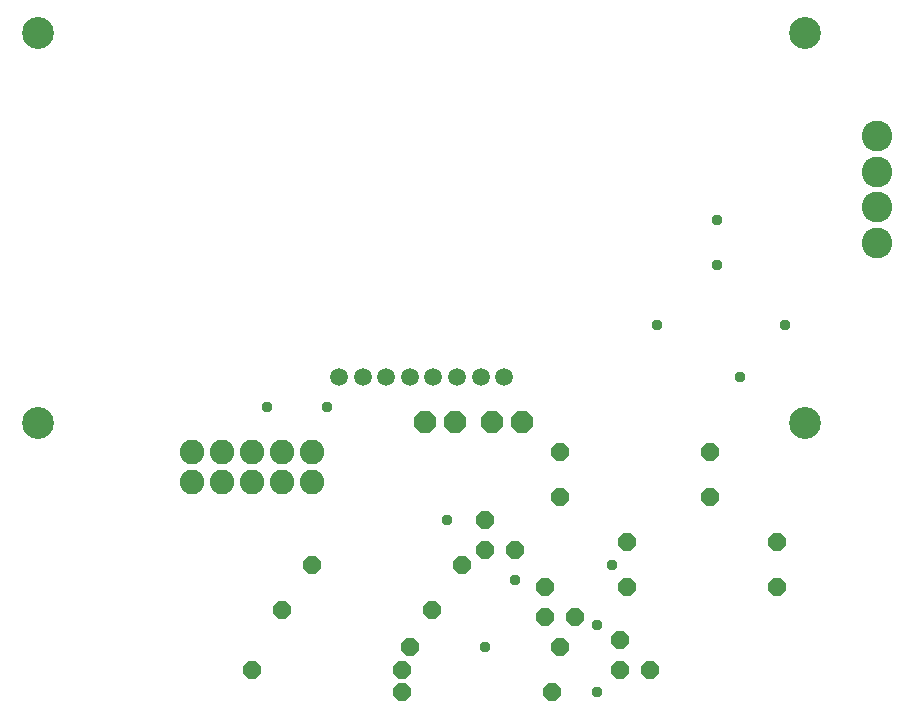
<source format=gbr>
G04 EAGLE Gerber X2 export*
%TF.Part,Single*%
%TF.FileFunction,Soldermask,Bot,1*%
%TF.FilePolarity,Negative*%
%TF.GenerationSoftware,Autodesk,EAGLE,9.1.3*%
%TF.CreationDate,2018-10-15T23:42:15Z*%
G75*
%MOMM*%
%FSLAX34Y34*%
%LPD*%
%AMOC8*
5,1,8,0,0,1.08239X$1,22.5*%
G01*
%ADD10P,1.951982X8X202.500000*%
%ADD11P,1.649562X8X202.500000*%
%ADD12P,1.649562X8X22.500000*%
%ADD13C,2.082800*%
%ADD14P,1.649562X8X292.500000*%
%ADD15C,1.511200*%
%ADD16C,2.603200*%
%ADD17C,2.703200*%
%ADD18C,0.959600*%


D10*
X495300Y273050D03*
X469900Y273050D03*
X438150Y273050D03*
X412750Y273050D03*
D11*
X711200Y171450D03*
X584200Y171450D03*
X711200Y133350D03*
X584200Y133350D03*
D12*
X266700Y63500D03*
X393700Y63500D03*
X317500Y152400D03*
X444500Y152400D03*
D11*
X520700Y44450D03*
X393700Y44450D03*
D12*
X400050Y82550D03*
X527050Y82550D03*
D11*
X654050Y209550D03*
X527050Y209550D03*
X654050Y247650D03*
X527050Y247650D03*
D12*
X292100Y114300D03*
X419100Y114300D03*
D13*
X215900Y222250D03*
X215900Y247650D03*
X241300Y222250D03*
X241300Y247650D03*
X266700Y222250D03*
X266700Y247650D03*
X292100Y222250D03*
X292100Y247650D03*
X317500Y222250D03*
X317500Y247650D03*
D14*
X577850Y88900D03*
X577850Y63500D03*
X603250Y63500D03*
X463550Y190500D03*
X463550Y165100D03*
X488950Y165100D03*
X514350Y133350D03*
X514350Y107950D03*
X539750Y107950D03*
D15*
X420000Y310900D03*
X400000Y310900D03*
X440000Y310900D03*
X380000Y310900D03*
X460000Y310900D03*
X360000Y310900D03*
X480000Y310900D03*
X340000Y310900D03*
D16*
X795500Y484900D03*
X795500Y454900D03*
X795500Y424900D03*
X795500Y514900D03*
D17*
X735000Y271900D03*
X85000Y271900D03*
X735000Y602900D03*
X85000Y602900D03*
D18*
X609600Y355600D03*
X679450Y311150D03*
X660400Y406400D03*
X660400Y444500D03*
X717550Y355600D03*
X558800Y101600D03*
X558800Y44450D03*
X488950Y139700D03*
X431800Y190500D03*
X571500Y152400D03*
X330200Y285750D03*
X279400Y285750D03*
X463550Y82550D03*
M02*

</source>
